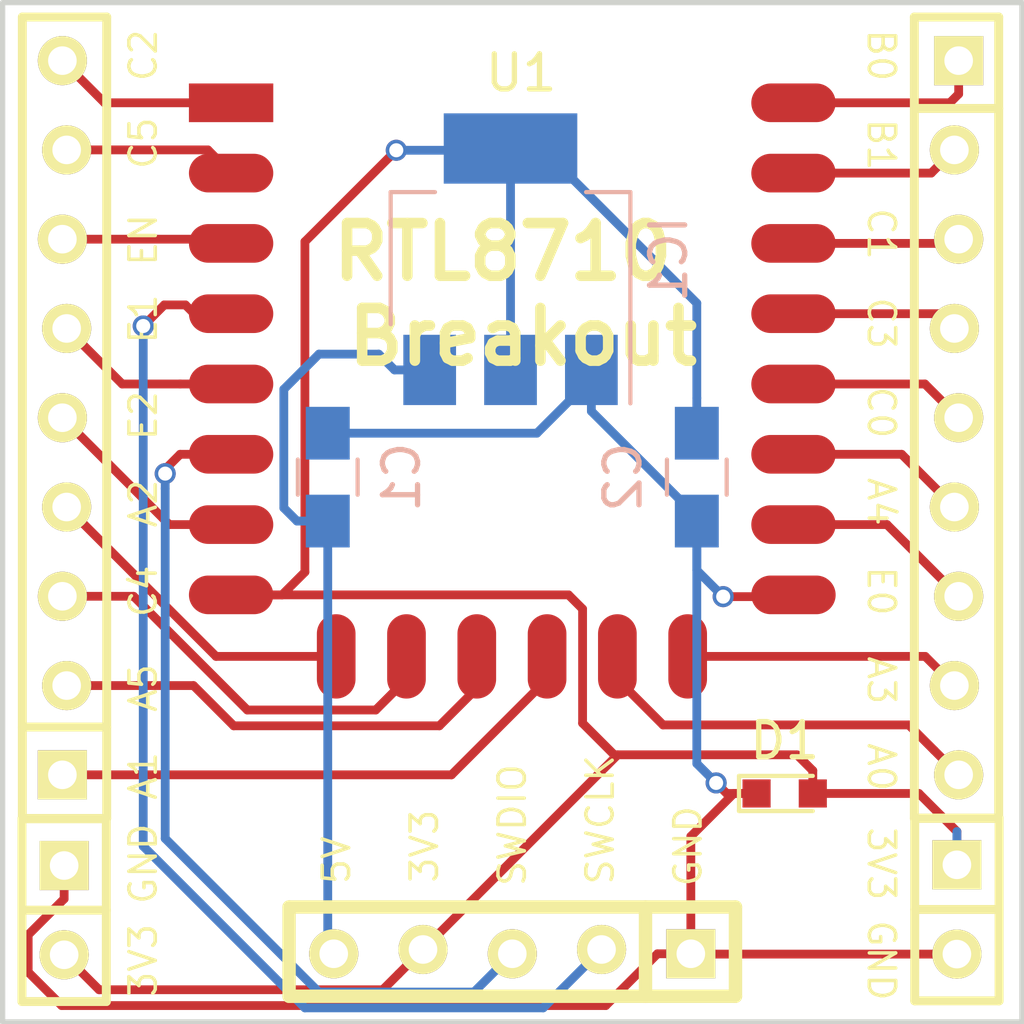
<source format=kicad_pcb>
(kicad_pcb (version 4) (host pcbnew 4.0.2-stable)

  (general
    (links 36)
    (no_connects 4)
    (area 131.924999 79.924999 161.075001 109.075001)
    (thickness 1.6)
    (drawings 32)
    (tracks 134)
    (zones 0)
    (modules 10)
    (nets 24)
  )

  (page A4)
  (layers
    (0 F.Cu signal)
    (31 B.Cu signal)
    (32 B.Adhes user)
    (33 F.Adhes user)
    (34 B.Paste user)
    (35 F.Paste user)
    (36 B.SilkS user)
    (37 F.SilkS user)
    (38 B.Mask user)
    (39 F.Mask user)
    (40 Dwgs.User user)
    (41 Cmts.User user)
    (42 Eco1.User user)
    (43 Eco2.User user)
    (44 Edge.Cuts user)
    (45 Margin user)
    (46 B.CrtYd user)
    (47 F.CrtYd user)
    (48 B.Fab user)
    (49 F.Fab user)
  )

  (setup
    (last_trace_width 0.25)
    (trace_clearance 0.2)
    (zone_clearance 0.508)
    (zone_45_only no)
    (trace_min 0.2)
    (segment_width 0.2)
    (edge_width 0.15)
    (via_size 0.6)
    (via_drill 0.4)
    (via_min_size 0.4)
    (via_min_drill 0.3)
    (uvia_size 0.3)
    (uvia_drill 0.1)
    (uvias_allowed no)
    (uvia_min_size 0.2)
    (uvia_min_drill 0.1)
    (pcb_text_width 0.3)
    (pcb_text_size 1.5 1.5)
    (mod_edge_width 0.15)
    (mod_text_size 1 1)
    (mod_text_width 0.15)
    (pad_size 1.524 1.524)
    (pad_drill 0.762)
    (pad_to_mask_clearance 0.2)
    (aux_axis_origin 0 0)
    (visible_elements FFFFFF7F)
    (pcbplotparams
      (layerselection 0x00030_80000001)
      (usegerberextensions false)
      (excludeedgelayer true)
      (linewidth 0.100000)
      (plotframeref false)
      (viasonmask false)
      (mode 1)
      (useauxorigin false)
      (hpglpennumber 1)
      (hpglpenspeed 20)
      (hpglpendiameter 15)
      (hpglpenoverlay 2)
      (psnegative false)
      (psa4output false)
      (plotreference true)
      (plotvalue true)
      (plotinvisibletext false)
      (padsonsilk false)
      (subtractmaskfromsilk false)
      (outputformat 1)
      (mirror false)
      (drillshape 1)
      (scaleselection 1)
      (outputdirectory ""))
  )

  (net 0 "")
  (net 1 +5V)
  (net 2 GND)
  (net 3 +3V3)
  (net 4 /SWCLK)
  (net 5 /SWDIO)
  (net 6 /GC4)
  (net 7 /GA4)
  (net 8 /GE2)
  (net 9 /GE1)
  (net 10 /CHIP_EN)
  (net 11 /GA5)
  (net 12 /GC5)
  (net 13 /GA1)
  (net 14 /GC2)
  (net 15 /GC1)
  (net 16 /GC3)
  (net 17 /GC0)
  (net 18 /GE0)
  (net 19 /GB1)
  (net 20 /GA3)
  (net 21 /GB0)
  (net 22 /GA0)
  (net 23 /GA2)

  (net_class Default "This is the default net class."
    (clearance 0.2)
    (trace_width 0.25)
    (via_dia 0.6)
    (via_drill 0.4)
    (uvia_dia 0.3)
    (uvia_drill 0.1)
    (add_net +3V3)
    (add_net +5V)
    (add_net /CHIP_EN)
    (add_net /GA0)
    (add_net /GA1)
    (add_net /GA2)
    (add_net /GA3)
    (add_net /GA4)
    (add_net /GA5)
    (add_net /GB0)
    (add_net /GB1)
    (add_net /GC0)
    (add_net /GC1)
    (add_net /GC2)
    (add_net /GC3)
    (add_net /GC4)
    (add_net /GC5)
    (add_net /GE0)
    (add_net /GE1)
    (add_net /GE2)
    (add_net /SWCLK)
    (add_net /SWDIO)
    (add_net GND)
  )

  (module Capacitors_SMD:C_0805_HandSoldering (layer B.Cu) (tedit 541A9B8D) (tstamp 5890129B)
    (at 141.25 93.5 90)
    (descr "Capacitor SMD 0805, hand soldering")
    (tags "capacitor 0805")
    (path /5886E23D)
    (attr smd)
    (fp_text reference C1 (at 0 2.1 90) (layer B.SilkS)
      (effects (font (size 1 1) (thickness 0.15)) (justify mirror))
    )
    (fp_text value 10uf (at 0 -2.1 90) (layer B.Fab)
      (effects (font (size 1 1) (thickness 0.15)) (justify mirror))
    )
    (fp_line (start -1 -0.625) (end -1 0.625) (layer B.Fab) (width 0.1))
    (fp_line (start 1 -0.625) (end -1 -0.625) (layer B.Fab) (width 0.1))
    (fp_line (start 1 0.625) (end 1 -0.625) (layer B.Fab) (width 0.1))
    (fp_line (start -1 0.625) (end 1 0.625) (layer B.Fab) (width 0.1))
    (fp_line (start -2.3 1) (end 2.3 1) (layer B.CrtYd) (width 0.05))
    (fp_line (start -2.3 -1) (end 2.3 -1) (layer B.CrtYd) (width 0.05))
    (fp_line (start -2.3 1) (end -2.3 -1) (layer B.CrtYd) (width 0.05))
    (fp_line (start 2.3 1) (end 2.3 -1) (layer B.CrtYd) (width 0.05))
    (fp_line (start 0.5 0.85) (end -0.5 0.85) (layer B.SilkS) (width 0.12))
    (fp_line (start -0.5 -0.85) (end 0.5 -0.85) (layer B.SilkS) (width 0.12))
    (pad 1 smd rect (at -1.25 0 90) (size 1.5 1.25) (layers B.Cu B.Paste B.Mask)
      (net 1 +5V))
    (pad 2 smd rect (at 1.25 0 90) (size 1.5 1.25) (layers B.Cu B.Paste B.Mask)
      (net 2 GND))
    (model Capacitors_SMD.3dshapes/C_0805_HandSoldering.wrl
      (at (xyz 0 0 0))
      (scale (xyz 1 1 1))
      (rotate (xyz 0 0 0))
    )
  )

  (module Capacitors_SMD:C_0805_HandSoldering (layer B.Cu) (tedit 541A9B8D) (tstamp 589012A1)
    (at 151.75 93.5 270)
    (descr "Capacitor SMD 0805, hand soldering")
    (tags "capacitor 0805")
    (path /5886E1F8)
    (attr smd)
    (fp_text reference C2 (at 0 2.1 270) (layer B.SilkS)
      (effects (font (size 1 1) (thickness 0.15)) (justify mirror))
    )
    (fp_text value 10uf (at 0 -2.1 270) (layer B.Fab)
      (effects (font (size 1 1) (thickness 0.15)) (justify mirror))
    )
    (fp_line (start -1 -0.625) (end -1 0.625) (layer B.Fab) (width 0.1))
    (fp_line (start 1 -0.625) (end -1 -0.625) (layer B.Fab) (width 0.1))
    (fp_line (start 1 0.625) (end 1 -0.625) (layer B.Fab) (width 0.1))
    (fp_line (start -1 0.625) (end 1 0.625) (layer B.Fab) (width 0.1))
    (fp_line (start -2.3 1) (end 2.3 1) (layer B.CrtYd) (width 0.05))
    (fp_line (start -2.3 -1) (end 2.3 -1) (layer B.CrtYd) (width 0.05))
    (fp_line (start -2.3 1) (end -2.3 -1) (layer B.CrtYd) (width 0.05))
    (fp_line (start 2.3 1) (end 2.3 -1) (layer B.CrtYd) (width 0.05))
    (fp_line (start 0.5 0.85) (end -0.5 0.85) (layer B.SilkS) (width 0.12))
    (fp_line (start -0.5 -0.85) (end 0.5 -0.85) (layer B.SilkS) (width 0.12))
    (pad 1 smd rect (at -1.25 0 270) (size 1.5 1.25) (layers B.Cu B.Paste B.Mask)
      (net 3 +3V3))
    (pad 2 smd rect (at 1.25 0 270) (size 1.5 1.25) (layers B.Cu B.Paste B.Mask)
      (net 2 GND))
    (model Capacitors_SMD.3dshapes/C_0805_HandSoldering.wrl
      (at (xyz 0 0 0))
      (scale (xyz 1 1 1))
      (rotate (xyz 0 0 0))
    )
  )

  (module TO_SOT_Packages_SMD:SOT-223 (layer B.Cu) (tedit 583F3B4E) (tstamp 589012B6)
    (at 146.45 87.3 90)
    (descr "module CMS SOT223 4 pins")
    (tags "CMS SOT")
    (path /5886DF4C)
    (attr smd)
    (fp_text reference IC1 (at 0 4.5 90) (layer B.SilkS)
      (effects (font (size 1 1) (thickness 0.15)) (justify mirror))
    )
    (fp_text value LM1117 (at 0 -4.5 90) (layer B.Fab)
      (effects (font (size 1 1) (thickness 0.15)) (justify mirror))
    )
    (fp_line (start 1.91 -3.41) (end 1.91 -2.15) (layer B.SilkS) (width 0.12))
    (fp_line (start 1.91 3.41) (end 1.91 2.15) (layer B.SilkS) (width 0.12))
    (fp_line (start 4.4 3.6) (end -4.4 3.6) (layer B.CrtYd) (width 0.05))
    (fp_line (start 4.4 -3.6) (end 4.4 3.6) (layer B.CrtYd) (width 0.05))
    (fp_line (start -4.4 -3.6) (end 4.4 -3.6) (layer B.CrtYd) (width 0.05))
    (fp_line (start -4.4 3.6) (end -4.4 -3.6) (layer B.CrtYd) (width 0.05))
    (fp_line (start -1.85 2.35) (end -0.85 3.35) (layer B.Fab) (width 0.1))
    (fp_line (start -1.85 2.35) (end -1.85 -3.35) (layer B.Fab) (width 0.1))
    (fp_line (start -1.85 -3.41) (end 1.91 -3.41) (layer B.SilkS) (width 0.12))
    (fp_line (start -0.85 3.35) (end 1.85 3.35) (layer B.Fab) (width 0.1))
    (fp_line (start -4.1 3.41) (end 1.91 3.41) (layer B.SilkS) (width 0.12))
    (fp_line (start -1.85 -3.35) (end 1.85 -3.35) (layer B.Fab) (width 0.1))
    (fp_line (start 1.85 3.35) (end 1.85 -3.35) (layer B.Fab) (width 0.1))
    (pad 4 smd rect (at 3.15 0 90) (size 2 3.8) (layers B.Cu B.Paste B.Mask)
      (net 3 +3V3))
    (pad 2 smd rect (at -3.15 0 90) (size 2 1.5) (layers B.Cu B.Paste B.Mask)
      (net 3 +3V3))
    (pad 3 smd rect (at -3.15 -2.3 90) (size 2 1.5) (layers B.Cu B.Paste B.Mask)
      (net 1 +5V))
    (pad 1 smd rect (at -3.15 2.3 90) (size 2 1.5) (layers B.Cu B.Paste B.Mask)
      (net 2 GND))
    (model TO_SOT_Packages_SMD.3dshapes/SOT-223.wrl
      (at (xyz 0 0 0))
      (scale (xyz 0.4 0.4 0.4))
      (rotate (xyz 0 0 90))
    )
  )

  (module Connectors:CONN_2.54mm_1x5 (layer F.Cu) (tedit 5890061B) (tstamp 589012C4)
    (at 146.5 107)
    (path /588D0A9E)
    (fp_text reference P1 (at 0 -2.18904) (layer F.SilkS) hide
      (effects (font (size 1 1) (thickness 0.15)))
    )
    (fp_text value CONN_01X05 (at 0 -2.7) (layer F.SilkS) hide
      (effects (font (thickness 0.3048)))
    )
    (fp_line (start 3.79 1.27) (end 3.79 -1.27) (layer F.SilkS) (width 0.381))
    (fp_line (start -6.35 -1.27) (end 6.35 -1.27) (layer F.SilkS) (width 0.381))
    (fp_line (start 6.35 -1.27) (end 6.35 1.27) (layer F.SilkS) (width 0.381))
    (fp_line (start 6.35 1.27) (end -6.35 1.27) (layer F.SilkS) (width 0.381))
    (fp_line (start -6.35 1.27) (end -6.35 -1.27) (layer F.SilkS) (width 0.381))
    (pad 1 thru_hole rect (at 5.08 0.06096) (size 1.397 1.397) (drill 0.8128) (layers *.Cu *.Mask F.SilkS)
      (net 2 GND))
    (pad 2 thru_hole circle (at 2.54 -0.06096) (size 1.397 1.397) (drill 0.8128) (layers *.Cu *.Mask F.SilkS)
      (net 4 /SWCLK))
    (pad 3 thru_hole circle (at 0 0.06096) (size 1.397 1.397) (drill 0.8128) (layers *.Cu *.Mask F.SilkS)
      (net 5 /SWDIO))
    (pad 4 thru_hole circle (at -2.54 -0.06096) (size 1.397 1.397) (drill 0.8128) (layers *.Cu *.Mask F.SilkS)
      (net 3 +3V3))
    (pad 5 thru_hole circle (at -5.08 0.06096) (size 1.397 1.397) (drill 0.8128) (layers *.Cu *.Mask F.SilkS)
      (net 1 +5V))
  )

  (module Connectors:CONN_2.54mm_1x9 (layer F.Cu) (tedit 58900613) (tstamp 589012D6)
    (at 133.76096 91.81 270)
    (path /588D90A4)
    (fp_text reference P2 (at 8.44 -2.23904 270) (layer F.SilkS) hide
      (effects (font (size 1 1) (thickness 0.15)))
    )
    (fp_text value CONN_01X09 (at 0 -2.4 270) (layer F.SilkS) hide
      (effects (font (thickness 0.3048)))
    )
    (fp_line (start -11.4 1.2) (end 11.4 1.2) (layer F.SilkS) (width 0.254))
    (fp_line (start 11.4 -1.2) (end -11.4 -1.2) (layer F.SilkS) (width 0.254))
    (fp_line (start 11.4 1.2) (end 11.4 -1.2) (layer F.SilkS) (width 0.254))
    (fp_line (start 8.8 1.2) (end 8.8 -1.2) (layer F.SilkS) (width 0.254))
    (fp_line (start -11.4 -1.2) (end -11.4 1.2) (layer F.SilkS) (width 0.254))
    (pad 3 thru_hole circle (at 5.08 0.06096 270) (size 1.397 1.397) (drill 0.8128) (layers *.Cu *.Mask F.SilkS)
      (net 6 /GC4))
    (pad 4 thru_hole circle (at 2.54 -0.06096 270) (size 1.397 1.397) (drill 0.8128) (layers *.Cu *.Mask F.SilkS)
      (net 23 /GA2))
    (pad 5 thru_hole circle (at 0 0.06096 270) (size 1.397 1.397) (drill 0.8128) (layers *.Cu *.Mask F.SilkS)
      (net 8 /GE2))
    (pad 6 thru_hole circle (at -2.54 -0.06096 270) (size 1.397 1.397) (drill 0.8128) (layers *.Cu *.Mask F.SilkS)
      (net 9 /GE1))
    (pad 7 thru_hole circle (at -5.08 0.06096 270) (size 1.397 1.397) (drill 0.8128) (layers *.Cu *.Mask F.SilkS)
      (net 10 /CHIP_EN))
    (pad 2 thru_hole circle (at 7.62 -0.06096 270) (size 1.397 1.397) (drill 0.8128) (layers *.Cu *.Mask F.SilkS)
      (net 11 /GA5))
    (pad 8 thru_hole circle (at -7.62 -0.06096 270) (size 1.397 1.397) (drill 0.8128) (layers *.Cu *.Mask F.SilkS)
      (net 12 /GC5))
    (pad 1 thru_hole rect (at 10.16 0.06096 270) (size 1.397 1.397) (drill 0.8128) (layers *.Cu *.Mask F.SilkS)
      (net 13 /GA1))
    (pad 9 thru_hole circle (at -10.16 0.06096 270) (size 1.397 1.397) (drill 0.8128) (layers *.Cu *.Mask F.SilkS)
      (net 14 /GC2))
  )

  (module Connectors:CONN_2.54mm_1x9 (layer F.Cu) (tedit 58900616) (tstamp 589012E8)
    (at 159.13904 91.81 90)
    (path /588D9068)
    (fp_text reference P3 (at -8.44 -2.13904 90) (layer F.SilkS) hide
      (effects (font (size 1 1) (thickness 0.15)))
    )
    (fp_text value CONN_01X09 (at 0 -2.4 90) (layer F.SilkS) hide
      (effects (font (thickness 0.3048)))
    )
    (fp_line (start -11.4 1.2) (end 11.4 1.2) (layer F.SilkS) (width 0.254))
    (fp_line (start 11.4 -1.2) (end -11.4 -1.2) (layer F.SilkS) (width 0.254))
    (fp_line (start 11.4 1.2) (end 11.4 -1.2) (layer F.SilkS) (width 0.254))
    (fp_line (start 8.8 1.2) (end 8.8 -1.2) (layer F.SilkS) (width 0.254))
    (fp_line (start -11.4 -1.2) (end -11.4 1.2) (layer F.SilkS) (width 0.254))
    (pad 3 thru_hole circle (at 5.08 0.06096 90) (size 1.397 1.397) (drill 0.8128) (layers *.Cu *.Mask F.SilkS)
      (net 15 /GC1))
    (pad 4 thru_hole circle (at 2.54 -0.06096 90) (size 1.397 1.397) (drill 0.8128) (layers *.Cu *.Mask F.SilkS)
      (net 16 /GC3))
    (pad 5 thru_hole circle (at 0 0.06096 90) (size 1.397 1.397) (drill 0.8128) (layers *.Cu *.Mask F.SilkS)
      (net 17 /GC0))
    (pad 6 thru_hole circle (at -2.54 -0.06096 90) (size 1.397 1.397) (drill 0.8128) (layers *.Cu *.Mask F.SilkS)
      (net 7 /GA4))
    (pad 7 thru_hole circle (at -5.08 0.06096 90) (size 1.397 1.397) (drill 0.8128) (layers *.Cu *.Mask F.SilkS)
      (net 18 /GE0))
    (pad 2 thru_hole circle (at 7.62 -0.06096 90) (size 1.397 1.397) (drill 0.8128) (layers *.Cu *.Mask F.SilkS)
      (net 19 /GB1))
    (pad 8 thru_hole circle (at -7.62 -0.06096 90) (size 1.397 1.397) (drill 0.8128) (layers *.Cu *.Mask F.SilkS)
      (net 20 /GA3))
    (pad 1 thru_hole rect (at 10.16 0.06096 90) (size 1.397 1.397) (drill 0.8128) (layers *.Cu *.Mask F.SilkS)
      (net 21 /GB0))
    (pad 9 thru_hole circle (at -10.16 0.06096 90) (size 1.397 1.397) (drill 0.8128) (layers *.Cu *.Mask F.SilkS)
      (net 22 /GA0))
  )

  (module Connectors:CONN_2.54mm_1x2 (layer F.Cu) (tedit 58900610) (tstamp 589012F3)
    (at 133.75 105.82 90)
    (path /588FFE99)
    (fp_text reference P5 (at 0.07 2.25 90) (layer F.SilkS) hide
      (effects (font (size 1 1) (thickness 0.15)))
    )
    (fp_text value CONN_01X02 (at 0 -2.4 90) (layer F.SilkS) hide
      (effects (font (thickness 0.3048)))
    )
    (fp_line (start 0 1.2) (end 0 -1.2) (layer F.SilkS) (width 0.254))
    (fp_line (start -2.6 -1.2) (end 2.6 -1.2) (layer F.SilkS) (width 0.254))
    (fp_line (start 2.6 -1.2) (end 2.6 1.2) (layer F.SilkS) (width 0.254))
    (fp_line (start 2.6 1.2) (end -2.6 1.2) (layer F.SilkS) (width 0.254))
    (fp_line (start -2.6 1.2) (end -2.6 -1.2) (layer F.SilkS) (width 0.254))
    (pad 1 thru_hole rect (at 1.27 0 90) (size 1.397 1.397) (drill 0.8128) (layers *.Cu *.Mask F.SilkS)
      (net 2 GND))
    (pad 2 thru_hole circle (at -1.27 0 90) (size 1.397 1.397) (drill 0.8128) (layers *.Cu *.Mask F.SilkS)
      (net 3 +3V3))
  )

  (module Connectors:CONN_2.54mm_1x2 (layer F.Cu) (tedit 58900618) (tstamp 589012FE)
    (at 159.15 105.8 90)
    (path /588FFF40)
    (fp_text reference P6 (at -0.2 -2.15 90) (layer F.SilkS) hide
      (effects (font (size 1 1) (thickness 0.15)))
    )
    (fp_text value CONN_01X02 (at 0 -2.4 90) (layer F.SilkS) hide
      (effects (font (thickness 0.3048)))
    )
    (fp_line (start 0 1.2) (end 0 -1.2) (layer F.SilkS) (width 0.254))
    (fp_line (start -2.6 -1.2) (end 2.6 -1.2) (layer F.SilkS) (width 0.254))
    (fp_line (start 2.6 -1.2) (end 2.6 1.2) (layer F.SilkS) (width 0.254))
    (fp_line (start 2.6 1.2) (end -2.6 1.2) (layer F.SilkS) (width 0.254))
    (fp_line (start -2.6 1.2) (end -2.6 -1.2) (layer F.SilkS) (width 0.254))
    (pad 1 thru_hole rect (at 1.27 0 90) (size 1.397 1.397) (drill 0.8128) (layers *.Cu *.Mask F.SilkS)
      (net 3 +3V3))
    (pad 2 thru_hole circle (at -1.27 0 90) (size 1.397 1.397) (drill 0.8128) (layers *.Cu *.Mask F.SilkS)
      (net 2 GND))
  )

  (module RTL8710:RTL01-V1 (layer F.Cu) (tedit 5886DB6A) (tstamp 58901318)
    (at 138.5 82.85)
    (descr "Module, RTL8710, 16 pad, SMD")
    (tags "Module RTL8710")
    (path /58903084)
    (fp_text reference U1 (at 8.25 -0.85) (layer F.SilkS)
      (effects (font (size 1 1) (thickness 0.15)))
    )
    (fp_text value RTL01-V1 (at 8 1) (layer F.Fab)
      (effects (font (size 1 1) (thickness 0.15)))
    )
    (fp_line (start 16 -2.5) (end 16 15.6) (layer F.Fab) (width 0.1524))
    (fp_line (start 16 15.6) (end 0 15.6) (layer F.Fab) (width 0.1524))
    (fp_line (start 0 15.6) (end 0 -2.5) (layer F.Fab) (width 0.1524))
    (fp_line (start 0 -2.5) (end 16 -2.5) (layer F.Fab) (width 0.1524))
    (pad 9 smd oval (at 2.99 15.75 90) (size 2.4 1.1) (layers F.Cu F.Paste F.Mask)
      (net 23 /GA2))
    (pad 10 smd oval (at 4.99 15.75 90) (size 2.4 1.1) (layers F.Cu F.Paste F.Mask)
      (net 6 /GC4))
    (pad 11 smd oval (at 6.99 15.75 90) (size 2.4 1.1) (layers F.Cu F.Paste F.Mask)
      (net 11 /GA5))
    (pad 12 smd oval (at 8.99 15.75 90) (size 2.4 1.1) (layers F.Cu F.Paste F.Mask)
      (net 13 /GA1))
    (pad 13 smd oval (at 10.99 15.75 90) (size 2.4 1.1) (layers F.Cu F.Paste F.Mask)
      (net 22 /GA0))
    (pad 14 smd oval (at 12.99 15.75 90) (size 2.4 1.1) (layers F.Cu F.Paste F.Mask)
      (net 20 /GA3))
    (pad 1 smd rect (at 0 0) (size 2.4 1.1) (layers F.Cu F.Paste F.Mask)
      (net 14 /GC2))
    (pad 2 smd oval (at 0 2) (size 2.4 1.1) (layers F.Cu F.Paste F.Mask)
      (net 12 /GC5))
    (pad 3 smd oval (at 0 4) (size 2.4 1.1) (layers F.Cu F.Paste F.Mask)
      (net 10 /CHIP_EN))
    (pad 4 smd oval (at 0 6) (size 2.4 1.1) (layers F.Cu F.Paste F.Mask)
      (net 4 /SWCLK))
    (pad 5 smd oval (at 0 8) (size 2.4 1.1) (layers F.Cu F.Paste F.Mask)
      (net 9 /GE1))
    (pad 6 smd oval (at 0 10) (size 2.4 1.1) (layers F.Cu F.Paste F.Mask)
      (net 5 /SWDIO))
    (pad 7 smd oval (at 0 12) (size 2.4 1.1) (layers F.Cu F.Paste F.Mask)
      (net 8 /GE2))
    (pad 8 smd oval (at 0 14) (size 2.4 1.1) (layers F.Cu F.Paste F.Mask)
      (net 3 +3V3))
    (pad 15 smd oval (at 16 14) (size 2.4 1.1) (layers F.Cu F.Paste F.Mask)
      (net 2 GND))
    (pad 16 smd oval (at 16 12) (size 2.4 1.1) (layers F.Cu F.Paste F.Mask)
      (net 18 /GE0))
    (pad 17 smd oval (at 16 10) (size 2.4 1.1) (layers F.Cu F.Paste F.Mask)
      (net 7 /GA4))
    (pad 18 smd oval (at 16 8) (size 2.4 1.1) (layers F.Cu F.Paste F.Mask)
      (net 17 /GC0))
    (pad 19 smd oval (at 16 6) (size 2.4 1.1) (layers F.Cu F.Paste F.Mask)
      (net 16 /GC3))
    (pad 20 smd oval (at 16 4) (size 2.4 1.1) (layers F.Cu F.Paste F.Mask)
      (net 15 /GC1))
    (pad 21 smd oval (at 16 2) (size 2.4 1.1) (layers F.Cu F.Paste F.Mask)
      (net 19 /GB1))
    (pad 22 smd oval (at 16 0) (size 2.4 1.1) (layers F.Cu F.Paste F.Mask)
      (net 21 /GB0))
  )

  (module LEDs:LED_0603 (layer F.Cu) (tedit 589013A7) (tstamp 5890187E)
    (at 154.25 102.5)
    (descr "LED 0603 smd package")
    (tags "LED led 0603 SMD smd SMT smt smdled SMDLED smtled SMTLED")
    (path /5890261F)
    (attr smd)
    (fp_text reference D1 (at 0 -1.5) (layer F.SilkS)
      (effects (font (size 1 1) (thickness 0.15)))
    )
    (fp_text value Led_Small (at 0 1.35) (layer F.Fab) hide
      (effects (font (size 1 1) (thickness 0.15)))
    )
    (fp_line (start -1.3 -0.5) (end -1.3 0.5) (layer F.SilkS) (width 0.12))
    (fp_line (start -0.2 -0.2) (end -0.2 0.2) (layer F.Fab) (width 0.1))
    (fp_line (start -0.15 0) (end 0.15 -0.2) (layer F.Fab) (width 0.1))
    (fp_line (start 0.15 0.2) (end -0.15 0) (layer F.Fab) (width 0.1))
    (fp_line (start 0.15 -0.2) (end 0.15 0.2) (layer F.Fab) (width 0.1))
    (fp_line (start 0.8 0.4) (end -0.8 0.4) (layer F.Fab) (width 0.1))
    (fp_line (start 0.8 -0.4) (end 0.8 0.4) (layer F.Fab) (width 0.1))
    (fp_line (start -0.8 -0.4) (end 0.8 -0.4) (layer F.Fab) (width 0.1))
    (fp_line (start -0.8 0.4) (end -0.8 -0.4) (layer F.Fab) (width 0.1))
    (fp_line (start -1.3 0.5) (end 0.8 0.5) (layer F.SilkS) (width 0.12))
    (fp_line (start -1.3 -0.5) (end 0.8 -0.5) (layer F.SilkS) (width 0.12))
    (fp_line (start 1.45 -0.65) (end 1.45 0.65) (layer F.CrtYd) (width 0.05))
    (fp_line (start 1.45 0.65) (end -1.45 0.65) (layer F.CrtYd) (width 0.05))
    (fp_line (start -1.45 0.65) (end -1.45 -0.65) (layer F.CrtYd) (width 0.05))
    (fp_line (start -1.45 -0.65) (end 1.45 -0.65) (layer F.CrtYd) (width 0.05))
    (pad 2 smd rect (at 0.8 0 180) (size 0.8 0.8) (layers F.Cu F.Paste F.Mask)
      (net 3 +3V3))
    (pad 1 smd rect (at -0.8 0 180) (size 0.8 0.8) (layers F.Cu F.Paste F.Mask)
      (net 2 GND))
    (model LEDs.3dshapes/LED_0603.wrl
      (at (xyz 0 0 0))
      (scale (xyz 1 1 1))
      (rotate (xyz 0 0 180))
    )
  )

  (gr_line (start 132 109) (end 132 80) (layer Edge.Cuts) (width 0.15))
  (gr_line (start 161 109) (end 132 109) (layer Edge.Cuts) (width 0.15))
  (gr_line (start 161 80) (end 161 109) (layer Edge.Cuts) (width 0.15))
  (gr_line (start 132 80) (end 161 80) (layer Edge.Cuts) (width 0.15))
  (gr_text "RTL8710 \nBreakout" (at 146.8 88.3) (layer F.SilkS)
    (effects (font (size 1.5 1.5) (thickness 0.3)))
  )
  (gr_text 5V (at 141.5 104.4 90) (layer F.SilkS) (tstamp 589018B3)
    (effects (font (size 0.75 0.75) (thickness 0.1)))
  )
  (gr_text 3V3 (at 144 104 90) (layer F.SilkS) (tstamp 589018AA)
    (effects (font (size 0.75 0.75) (thickness 0.1)))
  )
  (gr_text SWDIO (at 146.5 103.4 90) (layer F.SilkS) (tstamp 589018A7)
    (effects (font (size 0.75 0.75) (thickness 0.1)))
  )
  (gr_text SWCLK (at 149 103.25 90) (layer F.SilkS) (tstamp 58901899)
    (effects (font (size 0.75 0.75) (thickness 0.1)))
  )
  (gr_text GND (at 151.5 104 90) (layer F.SilkS) (tstamp 58901898)
    (effects (font (size 0.75 0.75) (thickness 0.1)))
  )
  (gr_text A0 (at 157 101.75 270) (layer F.SilkS) (tstamp 58901851)
    (effects (font (size 0.75 0.75) (thickness 0.1)))
  )
  (gr_text A3 (at 157 99.28 270) (layer F.SilkS) (tstamp 5890183E)
    (effects (font (size 0.75 0.75) (thickness 0.1)))
  )
  (gr_text E0 (at 157 96.74 270) (layer F.SilkS) (tstamp 5890183D)
    (effects (font (size 0.75 0.75) (thickness 0.1)))
  )
  (gr_text A4 (at 157 94.2 270) (layer F.SilkS) (tstamp 5890183C)
    (effects (font (size 0.75 0.75) (thickness 0.1)))
  )
  (gr_text C0 (at 157 91.66 270) (layer F.SilkS) (tstamp 5890183B)
    (effects (font (size 0.75 0.75) (thickness 0.1)))
  )
  (gr_text C3 (at 157 89.12 270) (layer F.SilkS) (tstamp 5890183A)
    (effects (font (size 0.75 0.75) (thickness 0.1)))
  )
  (gr_text C1 (at 157 86.58 270) (layer F.SilkS) (tstamp 58901839)
    (effects (font (size 0.75 0.75) (thickness 0.1)))
  )
  (gr_text B1 (at 157 84.04 270) (layer F.SilkS) (tstamp 58901838)
    (effects (font (size 0.75 0.75) (thickness 0.1)))
  )
  (gr_text B0 (at 157 81.5 270) (layer F.SilkS) (tstamp 5890182F)
    (effects (font (size 0.75 0.75) (thickness 0.1)))
  )
  (gr_text 3V3 (at 157 104.5 270) (layer F.SilkS) (tstamp 58901829)
    (effects (font (size 0.75 0.75) (thickness 0.1)))
  )
  (gr_text GND (at 157 107.25 270) (layer F.SilkS) (tstamp 58901824)
    (effects (font (size 0.75 0.75) (thickness 0.1)))
  )
  (gr_text GND (at 136 104.5 90) (layer F.SilkS) (tstamp 58901819)
    (effects (font (size 0.75 0.75) (thickness 0.1)))
  )
  (gr_text 3V3 (at 136 107.25 90) (layer F.SilkS) (tstamp 5890180B)
    (effects (font (size 0.75 0.75) (thickness 0.1)))
  )
  (gr_text A1 (at 136 102 90) (layer F.SilkS) (tstamp 5890180A)
    (effects (font (size 0.75 0.75) (thickness 0.1)))
  )
  (gr_text A5 (at 136 99.5 90) (layer F.SilkS) (tstamp 58901809)
    (effects (font (size 0.75 0.75) (thickness 0.1)))
  )
  (gr_text C4 (at 136 96.75 90) (layer F.SilkS) (tstamp 58901808)
    (effects (font (size 0.75 0.75) (thickness 0.1)))
  )
  (gr_text A2 (at 136 94.25 90) (layer F.SilkS) (tstamp 589017DD)
    (effects (font (size 0.75 0.75) (thickness 0.1)))
  )
  (gr_text E2 (at 136 91.75 90) (layer F.SilkS) (tstamp 589017DC)
    (effects (font (size 0.75 0.75) (thickness 0.1)))
  )
  (gr_text E1 (at 136 89 90) (layer F.SilkS) (tstamp 589017DB)
    (effects (font (size 0.75 0.75) (thickness 0.1)))
  )
  (gr_text EN (at 136 86.75 90) (layer F.SilkS) (tstamp 589017DA)
    (effects (font (size 0.75 0.75) (thickness 0.1)))
  )
  (gr_text C5 (at 136 84 90) (layer F.SilkS) (tstamp 589017B1)
    (effects (font (size 0.75 0.75) (thickness 0.1)))
  )
  (gr_text C2 (at 136 81.5 90) (layer F.SilkS)
    (effects (font (size 0.75 0.75) (thickness 0.1)))
  )

  (segment (start 141.25 94.75) (end 141.25 106.89096) (width 0.25) (layer B.Cu) (net 1))
  (segment (start 141.25 106.89096) (end 141.42 107.06096) (width 0.25) (layer B.Cu) (net 1))
  (segment (start 144.15 90.45) (end 143.15 90.45) (width 0.25) (layer B.Cu) (net 1))
  (segment (start 143.15 90.45) (end 142.7 90) (width 0.25) (layer B.Cu) (net 1))
  (segment (start 142.7 90) (end 141 90) (width 0.25) (layer B.Cu) (net 1))
  (segment (start 141 90) (end 140 91) (width 0.25) (layer B.Cu) (net 1))
  (segment (start 140 91) (end 140 94.375) (width 0.25) (layer B.Cu) (net 1))
  (segment (start 140 94.375) (end 140.375 94.75) (width 0.25) (layer B.Cu) (net 1))
  (segment (start 140.375 94.75) (end 141.25 94.75) (width 0.25) (layer B.Cu) (net 1))
  (segment (start 141.25 94.625) (end 141.25 94.75) (width 0.25) (layer B.Cu) (net 1))
  (segment (start 152.5 96.9) (end 154.45 96.9) (width 0.25) (layer F.Cu) (net 2))
  (segment (start 154.45 96.9) (end 154.5 96.85) (width 0.25) (layer F.Cu) (net 2))
  (segment (start 151.75 94.75) (end 151.75 96.15) (width 0.25) (layer B.Cu) (net 2))
  (segment (start 151.75 96.15) (end 152.5 96.9) (width 0.25) (layer B.Cu) (net 2))
  (via (at 152.5 96.9) (size 0.6) (drill 0.4) (layers F.Cu B.Cu) (net 2))
  (segment (start 152.3 102.2) (end 151.75 101.65) (width 0.25) (layer B.Cu) (net 2))
  (segment (start 151.75 101.65) (end 151.75 94.75) (width 0.25) (layer B.Cu) (net 2))
  (segment (start 152.6 102.5) (end 152.3 102.2) (width 0.25) (layer F.Cu) (net 2))
  (via (at 152.3 102.2) (size 0.6) (drill 0.4) (layers F.Cu B.Cu) (net 2))
  (segment (start 153.45 102.5) (end 152.6 102.5) (width 0.25) (layer F.Cu) (net 2))
  (segment (start 151.75 94.75) (end 151.75 94.625) (width 0.25) (layer B.Cu) (net 2))
  (segment (start 151.75 94.625) (end 148.75 91.625) (width 0.25) (layer B.Cu) (net 2))
  (segment (start 148.75 91.625) (end 148.75 90.45) (width 0.25) (layer B.Cu) (net 2))
  (segment (start 141.25 92.25) (end 147.2 92.25) (width 0.25) (layer B.Cu) (net 2))
  (segment (start 147.2 92.25) (end 148.75 90.7) (width 0.25) (layer B.Cu) (net 2))
  (segment (start 148.75 90.7) (end 148.75 90.45) (width 0.25) (layer B.Cu) (net 2))
  (segment (start 133.75 104.55) (end 133.75 105.4985) (width 0.25) (layer F.Cu) (net 2))
  (segment (start 133.75 105.4985) (end 132.726499 106.522001) (width 0.25) (layer F.Cu) (net 2))
  (segment (start 132.726499 106.522001) (end 132.726499 107.581281) (width 0.25) (layer F.Cu) (net 2))
  (segment (start 132.726499 107.581281) (end 133.67969 108.534472) (width 0.25) (layer F.Cu) (net 2))
  (segment (start 133.67969 108.534472) (end 149.157988 108.534472) (width 0.25) (layer F.Cu) (net 2))
  (segment (start 149.157988 108.534472) (end 150.6315 107.06096) (width 0.25) (layer F.Cu) (net 2))
  (segment (start 150.6315 107.06096) (end 151.58 107.06096) (width 0.25) (layer F.Cu) (net 2))
  (segment (start 151.58 107.06096) (end 151.58 103.72) (width 0.25) (layer F.Cu) (net 2))
  (segment (start 151.58 103.72) (end 152.8 102.5) (width 0.25) (layer F.Cu) (net 2))
  (segment (start 152.8 102.5) (end 153.45 102.5) (width 0.25) (layer F.Cu) (net 2))
  (segment (start 159.15 107.07) (end 151.58904 107.07) (width 0.25) (layer F.Cu) (net 2))
  (segment (start 151.58904 107.07) (end 151.58 107.06096) (width 0.25) (layer F.Cu) (net 2))
  (segment (start 148.5 97.25) (end 148.5 100.5) (width 0.25) (layer F.Cu) (net 3))
  (segment (start 148.5 100.5) (end 149.4 101.4) (width 0.25) (layer F.Cu) (net 3))
  (segment (start 148.1 96.85) (end 148.5 97.25) (width 0.25) (layer F.Cu) (net 3))
  (segment (start 138.5 96.85) (end 148.1 96.85) (width 0.25) (layer F.Cu) (net 3))
  (segment (start 149.4 101.4) (end 149.49904 101.4) (width 0.25) (layer F.Cu) (net 3))
  (segment (start 143.2 84.2) (end 146.4 84.2) (width 0.25) (layer B.Cu) (net 3))
  (segment (start 146.4 84.2) (end 146.45 84.15) (width 0.25) (layer B.Cu) (net 3))
  (segment (start 140.6 86.8) (end 143.2 84.2) (width 0.25) (layer F.Cu) (net 3))
  (via (at 143.2 84.2) (size 0.6) (drill 0.4) (layers F.Cu B.Cu) (net 3))
  (segment (start 140.6 96.2) (end 140.6 86.8) (width 0.25) (layer F.Cu) (net 3))
  (segment (start 138.5 96.85) (end 139.95 96.85) (width 0.25) (layer F.Cu) (net 3))
  (segment (start 139.95 96.85) (end 140.6 96.2) (width 0.25) (layer F.Cu) (net 3))
  (segment (start 159.15 103.5815) (end 159.15 104.53) (width 0.25) (layer B.Cu) (net 3))
  (segment (start 138.75 96.6) (end 138.5 96.85) (width 0.25) (layer F.Cu) (net 3))
  (segment (start 149.49904 101.4) (end 154.6 101.4) (width 0.25) (layer F.Cu) (net 3))
  (segment (start 154.6 101.4) (end 155.05 101.85) (width 0.25) (layer F.Cu) (net 3))
  (segment (start 155.05 101.85) (end 155.05 102.5) (width 0.25) (layer F.Cu) (net 3))
  (segment (start 143.96 106.93904) (end 149.49904 101.4) (width 0.25) (layer F.Cu) (net 3))
  (segment (start 146.45 84.15) (end 147.35 84.15) (width 0.25) (layer B.Cu) (net 3))
  (segment (start 147.35 84.15) (end 151.75 88.55) (width 0.25) (layer B.Cu) (net 3))
  (segment (start 151.75 88.55) (end 151.75 91.25) (width 0.25) (layer B.Cu) (net 3))
  (segment (start 151.75 91.25) (end 151.75 92.25) (width 0.25) (layer B.Cu) (net 3))
  (segment (start 146.45 90.45) (end 146.45 84.15) (width 0.25) (layer B.Cu) (net 3))
  (segment (start 133.75 107.09) (end 134.744461 108.084461) (width 0.25) (layer F.Cu) (net 3))
  (segment (start 142.814579 108.084461) (end 143.261501 107.637539) (width 0.25) (layer F.Cu) (net 3))
  (segment (start 134.744461 108.084461) (end 142.814579 108.084461) (width 0.25) (layer F.Cu) (net 3))
  (segment (start 143.261501 107.637539) (end 143.96 106.93904) (width 0.25) (layer F.Cu) (net 3))
  (segment (start 155.05 102.5) (end 158.0685 102.5) (width 0.25) (layer F.Cu) (net 3))
  (segment (start 158.0685 102.5) (end 159.15 103.5815) (width 0.25) (layer F.Cu) (net 3))
  (segment (start 159.15 103.5815) (end 159.15 104.53) (width 0.25) (layer F.Cu) (net 3))
  (segment (start 137.2 88.6) (end 137.45 88.85) (width 0.25) (layer F.Cu) (net 4))
  (segment (start 137.45 88.85) (end 138.5 88.85) (width 0.25) (layer F.Cu) (net 4))
  (segment (start 136.6 88.6) (end 137.2 88.6) (width 0.25) (layer F.Cu) (net 4))
  (segment (start 136 89.2) (end 136.6 88.6) (width 0.25) (layer F.Cu) (net 4))
  (segment (start 136 104) (end 136 89.2) (width 0.25) (layer B.Cu) (net 4))
  (via (at 136 89.2) (size 0.6) (drill 0.4) (layers F.Cu B.Cu) (net 4))
  (segment (start 140.6 108.6) (end 136 104) (width 0.25) (layer B.Cu) (net 4))
  (segment (start 149.04 106.93904) (end 147.37904 108.6) (width 0.25) (layer B.Cu) (net 4))
  (segment (start 147.37904 108.6) (end 140.6 108.6) (width 0.25) (layer B.Cu) (net 4))
  (segment (start 136.62501 93.824264) (end 136.62501 93.4) (width 0.25) (layer B.Cu) (net 5))
  (segment (start 136.62501 103.780752) (end 136.62501 93.824264) (width 0.25) (layer B.Cu) (net 5))
  (segment (start 140.994247 108.149989) (end 136.62501 103.780752) (width 0.25) (layer B.Cu) (net 5))
  (segment (start 145.410971 108.149989) (end 140.994247 108.149989) (width 0.25) (layer B.Cu) (net 5))
  (segment (start 146.5 107.06096) (end 145.410971 108.149989) (width 0.25) (layer B.Cu) (net 5))
  (segment (start 136.62501 93.27499) (end 136.62501 93.4) (width 0.25) (layer F.Cu) (net 5))
  (segment (start 137.05 92.85) (end 136.62501 93.27499) (width 0.25) (layer F.Cu) (net 5))
  (segment (start 138.5 92.85) (end 137.05 92.85) (width 0.25) (layer F.Cu) (net 5))
  (via (at 136.62501 93.4) (size 0.6) (drill 0.4) (layers F.Cu B.Cu) (net 5))
  (segment (start 143.49 98.6) (end 143.49 99.25) (width 0.25) (layer F.Cu) (net 6))
  (segment (start 143.49 99.25) (end 142.61499 100.12501) (width 0.25) (layer F.Cu) (net 6))
  (segment (start 142.61499 100.12501) (end 138.96052 100.12501) (width 0.25) (layer F.Cu) (net 6))
  (segment (start 138.96052 100.12501) (end 135.72551 96.89) (width 0.25) (layer F.Cu) (net 6))
  (segment (start 135.72551 96.89) (end 133.7 96.89) (width 0.25) (layer F.Cu) (net 6))
  (segment (start 154.5 92.85) (end 157.57808 92.85) (width 0.25) (layer F.Cu) (net 7))
  (segment (start 157.57808 92.85) (end 159.07808 94.35) (width 0.25) (layer F.Cu) (net 7))
  (segment (start 133.7 91.81) (end 136.74 94.85) (width 0.25) (layer F.Cu) (net 8))
  (segment (start 136.74 94.85) (end 138.5 94.85) (width 0.25) (layer F.Cu) (net 8))
  (segment (start 137.05 90.85) (end 138.5 90.85) (width 0.25) (layer F.Cu) (net 9))
  (segment (start 135.40192 90.85) (end 137.05 90.85) (width 0.25) (layer F.Cu) (net 9))
  (segment (start 133.82192 89.27) (end 135.40192 90.85) (width 0.25) (layer F.Cu) (net 9))
  (segment (start 133.7 86.73) (end 138.38 86.73) (width 0.25) (layer F.Cu) (net 10))
  (segment (start 138.38 86.73) (end 138.5 86.85) (width 0.25) (layer F.Cu) (net 10))
  (segment (start 133.82192 99.43) (end 137.43 99.43) (width 0.25) (layer F.Cu) (net 11))
  (segment (start 137.43 99.43) (end 138.575019 100.575019) (width 0.25) (layer F.Cu) (net 11))
  (segment (start 138.575019 100.575019) (end 144.424981 100.575019) (width 0.25) (layer F.Cu) (net 11))
  (segment (start 144.424981 100.575019) (end 145.49 99.51) (width 0.25) (layer F.Cu) (net 11))
  (segment (start 145.49 99.51) (end 145.49 98.6) (width 0.25) (layer F.Cu) (net 11))
  (segment (start 133.82192 84.19) (end 137.84 84.19) (width 0.25) (layer F.Cu) (net 12))
  (segment (start 137.84 84.19) (end 138.5 84.85) (width 0.25) (layer F.Cu) (net 12))
  (segment (start 133.7 101.97) (end 144.77 101.97) (width 0.25) (layer F.Cu) (net 13))
  (segment (start 147.49 99.25) (end 147.49 98.6) (width 0.25) (layer F.Cu) (net 13))
  (segment (start 144.77 101.97) (end 147.49 99.25) (width 0.25) (layer F.Cu) (net 13))
  (segment (start 133.7 81.65) (end 134.9 82.85) (width 0.25) (layer F.Cu) (net 14))
  (segment (start 134.9 82.85) (end 138.5 82.85) (width 0.25) (layer F.Cu) (net 14))
  (segment (start 154.5 86.85) (end 159.08 86.85) (width 0.25) (layer F.Cu) (net 15))
  (segment (start 159.08 86.85) (end 159.2 86.73) (width 0.25) (layer F.Cu) (net 15))
  (segment (start 154.5 88.85) (end 158.65808 88.85) (width 0.25) (layer F.Cu) (net 16))
  (segment (start 158.65808 88.85) (end 159.07808 89.27) (width 0.25) (layer F.Cu) (net 16))
  (segment (start 154.5 90.85) (end 158.24 90.85) (width 0.25) (layer F.Cu) (net 17))
  (segment (start 158.24 90.85) (end 159.2 91.81) (width 0.25) (layer F.Cu) (net 17))
  (segment (start 154.5 94.85) (end 157.16 94.85) (width 0.25) (layer F.Cu) (net 18))
  (segment (start 157.16 94.85) (end 159.2 96.89) (width 0.25) (layer F.Cu) (net 18))
  (segment (start 154.5 84.85) (end 158.41808 84.85) (width 0.25) (layer F.Cu) (net 19))
  (segment (start 158.41808 84.85) (end 159.07808 84.19) (width 0.25) (layer F.Cu) (net 19))
  (segment (start 151.49 98.6) (end 158.24808 98.6) (width 0.25) (layer F.Cu) (net 20))
  (segment (start 158.24808 98.6) (end 159.07808 99.43) (width 0.25) (layer F.Cu) (net 20))
  (segment (start 154.5 82.85) (end 158.9485 82.85) (width 0.25) (layer F.Cu) (net 21))
  (segment (start 158.9485 82.85) (end 159.2 82.5985) (width 0.25) (layer F.Cu) (net 21))
  (segment (start 159.2 82.5985) (end 159.2 81.65) (width 0.25) (layer F.Cu) (net 21))
  (segment (start 149.49 98.6) (end 149.49 99.25) (width 0.25) (layer F.Cu) (net 22))
  (segment (start 149.49 99.25) (end 150.789989 100.549989) (width 0.25) (layer F.Cu) (net 22))
  (segment (start 150.789989 100.549989) (end 157.779989 100.549989) (width 0.25) (layer F.Cu) (net 22))
  (segment (start 157.779989 100.549989) (end 158.501501 101.271501) (width 0.25) (layer F.Cu) (net 22))
  (segment (start 158.501501 101.271501) (end 159.2 101.97) (width 0.25) (layer F.Cu) (net 22))
  (segment (start 133.82192 94.35) (end 138.07192 98.6) (width 0.25) (layer F.Cu) (net 23))
  (segment (start 138.07192 98.6) (end 141.49 98.6) (width 0.25) (layer F.Cu) (net 23))

)

</source>
